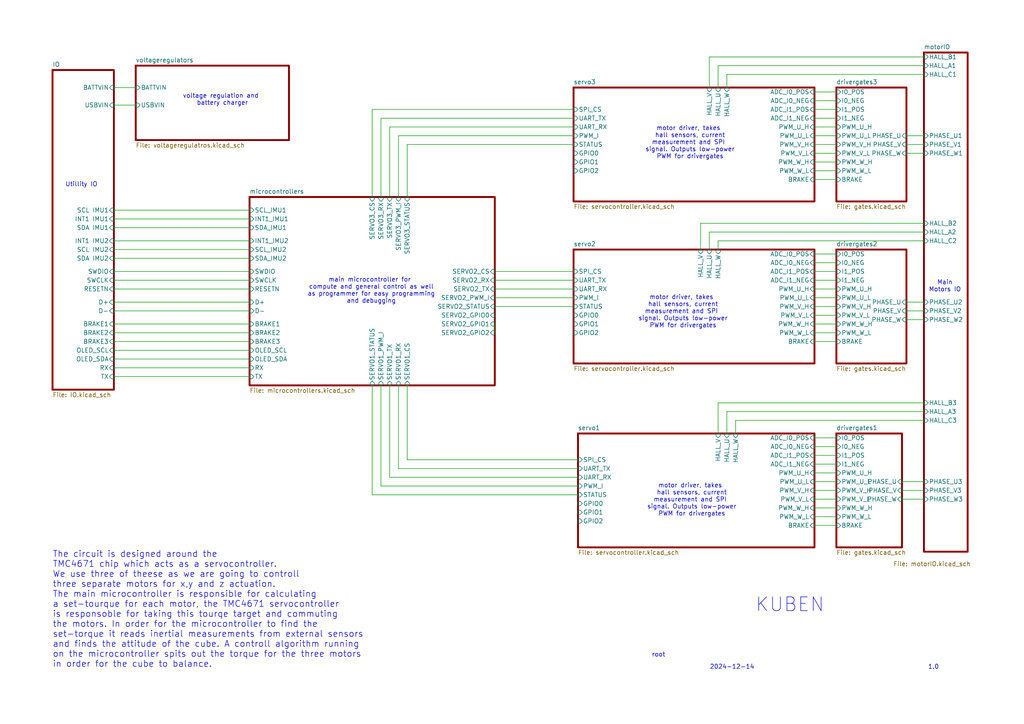
<source format=kicad_sch>
(kicad_sch
	(version 20231120)
	(generator "eeschema")
	(generator_version "8.0")
	(uuid "c7634e88-16d1-45ec-9aac-9c841e03cf6d")
	(paper "A4")
	(lib_symbols)
	(wire
		(pts
			(xy 113.03 57.15) (xy 113.03 36.83)
		)
		(stroke
			(width 0)
			(type default)
		)
		(uuid "001627f3-dc20-4b68-b0f3-fe887c1d4234")
	)
	(wire
		(pts
			(xy 262.89 44.45) (xy 267.97 44.45)
		)
		(stroke
			(width 0)
			(type default)
		)
		(uuid "0442c1d6-d710-477a-bbae-6e15fb043123")
	)
	(wire
		(pts
			(xy 236.22 46.99) (xy 242.57 46.99)
		)
		(stroke
			(width 0)
			(type default)
		)
		(uuid "04571961-bb7f-4cc8-a6b3-57e1b29d828b")
	)
	(wire
		(pts
			(xy 236.22 132.08) (xy 242.57 132.08)
		)
		(stroke
			(width 0)
			(type default)
		)
		(uuid "04cb9b9c-e00a-49f6-8781-5c65c2cf8ca1")
	)
	(wire
		(pts
			(xy 167.64 143.51) (xy 107.95 143.51)
		)
		(stroke
			(width 0)
			(type default)
		)
		(uuid "06bdd1c1-216d-4f93-beac-dc32e7978143")
	)
	(wire
		(pts
			(xy 261.62 139.7) (xy 267.97 139.7)
		)
		(stroke
			(width 0)
			(type default)
		)
		(uuid "0c998ced-d9ee-4734-ae44-0841eca571d9")
	)
	(wire
		(pts
			(xy 33.02 78.74) (xy 72.39 78.74)
		)
		(stroke
			(width 0)
			(type default)
		)
		(uuid "0d7b5667-3ce2-4ca1-a837-41b8443e3d73")
	)
	(wire
		(pts
			(xy 33.02 109.22) (xy 72.39 109.22)
		)
		(stroke
			(width 0)
			(type default)
		)
		(uuid "0ea5770f-40c1-411d-a804-babecc499dce")
	)
	(wire
		(pts
			(xy 236.22 44.45) (xy 242.57 44.45)
		)
		(stroke
			(width 0)
			(type default)
		)
		(uuid "0f753932-1d40-45d0-a893-c90331c2f4c2")
	)
	(wire
		(pts
			(xy 236.22 134.62) (xy 242.57 134.62)
		)
		(stroke
			(width 0)
			(type default)
		)
		(uuid "11059d6b-f3b0-4f22-83f6-c55b43d590f2")
	)
	(wire
		(pts
			(xy 33.02 63.5) (xy 72.39 63.5)
		)
		(stroke
			(width 0)
			(type default)
		)
		(uuid "13c1ca00-0883-45b5-bc55-9312c1241486")
	)
	(wire
		(pts
			(xy 33.02 87.63) (xy 72.39 87.63)
		)
		(stroke
			(width 0)
			(type default)
		)
		(uuid "14130b73-bb61-4d82-a39b-7d7f4c693874")
	)
	(wire
		(pts
			(xy 236.22 152.4) (xy 242.57 152.4)
		)
		(stroke
			(width 0)
			(type default)
		)
		(uuid "15beb2be-4553-42b4-a30b-a24371527c6a")
	)
	(wire
		(pts
			(xy 236.22 139.7) (xy 242.57 139.7)
		)
		(stroke
			(width 0)
			(type default)
		)
		(uuid "162bf820-87d4-4773-ab86-8ecd7bf9e3d8")
	)
	(wire
		(pts
			(xy 33.02 60.96) (xy 72.39 60.96)
		)
		(stroke
			(width 0)
			(type default)
		)
		(uuid "16d68bbf-e466-4ac4-84f3-4be7c6fa385b")
	)
	(wire
		(pts
			(xy 33.02 69.85) (xy 72.39 69.85)
		)
		(stroke
			(width 0)
			(type default)
		)
		(uuid "18166ef4-f154-487c-86a2-34e793fd65cb")
	)
	(wire
		(pts
			(xy 118.11 111.76) (xy 118.11 133.35)
		)
		(stroke
			(width 0)
			(type default)
		)
		(uuid "18223b84-f2b2-481c-bdd8-d25ab5d984ad")
	)
	(wire
		(pts
			(xy 236.22 81.28) (xy 242.57 81.28)
		)
		(stroke
			(width 0)
			(type default)
		)
		(uuid "1bf2f08d-33e9-458a-8aee-1ca62cfd2e9a")
	)
	(wire
		(pts
			(xy 236.22 149.86) (xy 242.57 149.86)
		)
		(stroke
			(width 0)
			(type default)
		)
		(uuid "1c8faeb0-9aff-489b-8463-a02e01fc155e")
	)
	(wire
		(pts
			(xy 107.95 57.15) (xy 107.95 31.75)
		)
		(stroke
			(width 0)
			(type default)
		)
		(uuid "1cc9df62-a639-4829-9026-e9849949e5a0")
	)
	(wire
		(pts
			(xy 236.22 41.91) (xy 242.57 41.91)
		)
		(stroke
			(width 0)
			(type default)
		)
		(uuid "2339f343-ef04-45b0-a85a-83948d5d3cb5")
	)
	(wire
		(pts
			(xy 262.89 87.63) (xy 267.97 87.63)
		)
		(stroke
			(width 0)
			(type default)
		)
		(uuid "2341ebd5-fc34-410d-aa60-f1f0d2bf4451")
	)
	(wire
		(pts
			(xy 205.74 67.31) (xy 267.97 67.31)
		)
		(stroke
			(width 0)
			(type default)
		)
		(uuid "236dc040-313a-47aa-8b00-2563f9bc27a8")
	)
	(wire
		(pts
			(xy 203.2 64.77) (xy 267.97 64.77)
		)
		(stroke
			(width 0)
			(type default)
		)
		(uuid "2dfc0cc1-e4af-418a-b8fb-2ce57435916d")
	)
	(wire
		(pts
			(xy 236.22 96.52) (xy 242.57 96.52)
		)
		(stroke
			(width 0)
			(type default)
		)
		(uuid "30ff744e-6916-41db-8a6b-bbed495f2ae5")
	)
	(wire
		(pts
			(xy 33.02 90.17) (xy 72.39 90.17)
		)
		(stroke
			(width 0)
			(type default)
		)
		(uuid "33871a8d-32bd-4b6f-be83-287464adff9c")
	)
	(wire
		(pts
			(xy 33.02 96.52) (xy 72.39 96.52)
		)
		(stroke
			(width 0)
			(type default)
		)
		(uuid "34a31546-570a-4c58-9277-6a1981eca001")
	)
	(wire
		(pts
			(xy 110.49 57.15) (xy 110.49 34.29)
		)
		(stroke
			(width 0)
			(type default)
		)
		(uuid "358c2859-c8b8-4037-885d-4421f8c918b4")
	)
	(wire
		(pts
			(xy 143.51 86.36) (xy 166.37 86.36)
		)
		(stroke
			(width 0)
			(type default)
		)
		(uuid "374370c0-611f-4ac5-bca5-d6ac64102d20")
	)
	(wire
		(pts
			(xy 205.74 16.51) (xy 267.97 16.51)
		)
		(stroke
			(width 0)
			(type default)
		)
		(uuid "37b22253-0237-40e9-90b5-8752dd74f1b0")
	)
	(wire
		(pts
			(xy 110.49 140.97) (xy 167.64 140.97)
		)
		(stroke
			(width 0)
			(type default)
		)
		(uuid "3c082bca-b90b-4eba-99a9-883d598c8527")
	)
	(wire
		(pts
			(xy 236.22 83.82) (xy 242.57 83.82)
		)
		(stroke
			(width 0)
			(type default)
		)
		(uuid "3cf51e97-6200-4d4d-8328-1bbe057a2b7f")
	)
	(wire
		(pts
			(xy 208.28 116.84) (xy 208.28 125.73)
		)
		(stroke
			(width 0)
			(type default)
		)
		(uuid "3e0664a5-05b7-4e0a-ac6b-7c884c860770")
	)
	(wire
		(pts
			(xy 107.95 143.51) (xy 107.95 111.76)
		)
		(stroke
			(width 0)
			(type default)
		)
		(uuid "40133e46-7e70-4388-8ca8-20ce163cd08f")
	)
	(wire
		(pts
			(xy 33.02 30.48) (xy 39.37 30.48)
		)
		(stroke
			(width 0)
			(type default)
		)
		(uuid "40887b02-0436-437c-9027-0b8f46cbefe3")
	)
	(wire
		(pts
			(xy 236.22 73.66) (xy 242.57 73.66)
		)
		(stroke
			(width 0)
			(type default)
		)
		(uuid "45bd4de5-1f89-4418-a164-5a44ea241189")
	)
	(wire
		(pts
			(xy 208.28 19.05) (xy 267.97 19.05)
		)
		(stroke
			(width 0)
			(type default)
		)
		(uuid "4721fddf-8c9c-4dbc-b629-74993e3fd814")
	)
	(wire
		(pts
			(xy 118.11 41.91) (xy 166.37 41.91)
		)
		(stroke
			(width 0)
			(type default)
		)
		(uuid "477eb57f-f770-43de-97cb-96da63bfdd55")
	)
	(wire
		(pts
			(xy 203.2 64.77) (xy 203.2 72.39)
		)
		(stroke
			(width 0)
			(type default)
		)
		(uuid "47ce4fbb-3a1a-4b6e-be1f-0631b809d2c6")
	)
	(wire
		(pts
			(xy 33.02 74.93) (xy 72.39 74.93)
		)
		(stroke
			(width 0)
			(type default)
		)
		(uuid "4903b9f3-4341-4ece-af06-c1264f4f5d9b")
	)
	(wire
		(pts
			(xy 115.57 111.76) (xy 115.57 135.89)
		)
		(stroke
			(width 0)
			(type default)
		)
		(uuid "4b549077-ad31-4098-a38d-262003594176")
	)
	(wire
		(pts
			(xy 143.51 83.82) (xy 166.37 83.82)
		)
		(stroke
			(width 0)
			(type default)
		)
		(uuid "4b939da6-d40f-46af-a4a0-1e32ab0cf960")
	)
	(wire
		(pts
			(xy 236.22 142.24) (xy 242.57 142.24)
		)
		(stroke
			(width 0)
			(type default)
		)
		(uuid "4ca971c8-4835-4e2f-a13d-9ad67a12aa4c")
	)
	(wire
		(pts
			(xy 33.02 66.04) (xy 72.39 66.04)
		)
		(stroke
			(width 0)
			(type default)
		)
		(uuid "4e3a55fa-422f-4ec3-8ef7-3873762d7f51")
	)
	(wire
		(pts
			(xy 236.22 129.54) (xy 242.57 129.54)
		)
		(stroke
			(width 0)
			(type default)
		)
		(uuid "55123c42-f587-41aa-9006-f072a1af420d")
	)
	(wire
		(pts
			(xy 208.28 19.05) (xy 208.28 25.4)
		)
		(stroke
			(width 0)
			(type default)
		)
		(uuid "55a1fbd1-d87a-4240-bfe8-38df0475d4f7")
	)
	(wire
		(pts
			(xy 236.22 147.32) (xy 242.57 147.32)
		)
		(stroke
			(width 0)
			(type default)
		)
		(uuid "5a052707-2bb7-4172-bcf5-eb020a8910b7")
	)
	(wire
		(pts
			(xy 236.22 76.2) (xy 242.57 76.2)
		)
		(stroke
			(width 0)
			(type default)
		)
		(uuid "5b46ba62-3d40-4860-bcb3-cb9438b29978")
	)
	(wire
		(pts
			(xy 33.02 72.39) (xy 72.39 72.39)
		)
		(stroke
			(width 0)
			(type default)
		)
		(uuid "5d363c6f-8be8-488f-b6d8-7dd849ba065b")
	)
	(wire
		(pts
			(xy 33.02 104.14) (xy 72.39 104.14)
		)
		(stroke
			(width 0)
			(type default)
		)
		(uuid "5d47039b-dda9-447a-b4e8-0dcf165a0a01")
	)
	(wire
		(pts
			(xy 115.57 135.89) (xy 167.64 135.89)
		)
		(stroke
			(width 0)
			(type default)
		)
		(uuid "5e23be70-eb79-4113-9fad-f974d4d611ad")
	)
	(wire
		(pts
			(xy 262.89 90.17) (xy 267.97 90.17)
		)
		(stroke
			(width 0)
			(type default)
		)
		(uuid "6240d7be-3445-4dfe-a759-3a551bc8f443")
	)
	(wire
		(pts
			(xy 261.62 144.78) (xy 267.97 144.78)
		)
		(stroke
			(width 0)
			(type default)
		)
		(uuid "6400de5d-1e01-4505-bc69-3c438a78008e")
	)
	(wire
		(pts
			(xy 236.22 78.74) (xy 242.57 78.74)
		)
		(stroke
			(width 0)
			(type default)
		)
		(uuid "68c7f9b9-7c48-47c2-b767-3c917507b216")
	)
	(wire
		(pts
			(xy 236.22 31.75) (xy 242.57 31.75)
		)
		(stroke
			(width 0)
			(type default)
		)
		(uuid "69914a61-0cb5-4296-b9e7-14d72a804b7d")
	)
	(wire
		(pts
			(xy 210.82 119.38) (xy 267.97 119.38)
		)
		(stroke
			(width 0)
			(type default)
		)
		(uuid "6b4237a0-04d7-474c-9dfa-a328329ef990")
	)
	(wire
		(pts
			(xy 143.51 88.9) (xy 166.37 88.9)
		)
		(stroke
			(width 0)
			(type default)
		)
		(uuid "6f8ed9e6-ed05-4d63-bc4e-ea86c559ce2c")
	)
	(wire
		(pts
			(xy 33.02 93.98) (xy 72.39 93.98)
		)
		(stroke
			(width 0)
			(type default)
		)
		(uuid "70262d1b-81f9-4fa9-bb68-ab0110be6889")
	)
	(wire
		(pts
			(xy 213.36 121.92) (xy 213.36 125.73)
		)
		(stroke
			(width 0)
			(type default)
		)
		(uuid "781cc4b6-2598-49eb-87c3-45dfe8c36235")
	)
	(wire
		(pts
			(xy 261.62 142.24) (xy 267.97 142.24)
		)
		(stroke
			(width 0)
			(type default)
		)
		(uuid "78a55089-a950-4c72-ae0c-f719a9aac756")
	)
	(wire
		(pts
			(xy 115.57 57.15) (xy 115.57 39.37)
		)
		(stroke
			(width 0)
			(type default)
		)
		(uuid "807ed6e9-97a7-474f-a00e-323407d0fdad")
	)
	(wire
		(pts
			(xy 236.22 29.21) (xy 242.57 29.21)
		)
		(stroke
			(width 0)
			(type default)
		)
		(uuid "80806592-c47c-4ef8-aaab-a17d8c6cc7ef")
	)
	(wire
		(pts
			(xy 210.82 21.59) (xy 267.97 21.59)
		)
		(stroke
			(width 0)
			(type default)
		)
		(uuid "80ff231d-c9d8-4963-bb8f-fc450952195f")
	)
	(wire
		(pts
			(xy 205.74 16.51) (xy 205.74 25.4)
		)
		(stroke
			(width 0)
			(type default)
		)
		(uuid "82164de2-7f4f-404b-a141-17ed132e24c2")
	)
	(wire
		(pts
			(xy 236.22 39.37) (xy 242.57 39.37)
		)
		(stroke
			(width 0)
			(type default)
		)
		(uuid "865f1c6d-ece7-4aa0-a4fa-74e7a322fa06")
	)
	(wire
		(pts
			(xy 236.22 36.83) (xy 242.57 36.83)
		)
		(stroke
			(width 0)
			(type default)
		)
		(uuid "8de82ee2-8275-43c8-ada0-36a37620e2f4")
	)
	(wire
		(pts
			(xy 110.49 34.29) (xy 166.37 34.29)
		)
		(stroke
			(width 0)
			(type default)
		)
		(uuid "8ed0c093-b40b-4683-8e0d-a5a4cdcd2705")
	)
	(wire
		(pts
			(xy 167.64 138.43) (xy 113.03 138.43)
		)
		(stroke
			(width 0)
			(type default)
		)
		(uuid "9113b43c-fae9-4936-aeb6-9afeba979965")
	)
	(wire
		(pts
			(xy 113.03 138.43) (xy 113.03 111.76)
		)
		(stroke
			(width 0)
			(type default)
		)
		(uuid "96d34a36-4a5f-4487-8c97-e7c5dd96ce48")
	)
	(wire
		(pts
			(xy 236.22 34.29) (xy 242.57 34.29)
		)
		(stroke
			(width 0)
			(type default)
		)
		(uuid "9b7c5455-65d8-4248-8f6b-1dfb2fc34a17")
	)
	(wire
		(pts
			(xy 33.02 25.4) (xy 39.37 25.4)
		)
		(stroke
			(width 0)
			(type default)
		)
		(uuid "9d1637ee-0fcd-4041-aa00-9bbb873bd788")
	)
	(wire
		(pts
			(xy 208.28 69.85) (xy 267.97 69.85)
		)
		(stroke
			(width 0)
			(type default)
		)
		(uuid "9e8fa7d9-98d8-465e-9ccb-e1c78cc6bd11")
	)
	(wire
		(pts
			(xy 210.82 119.38) (xy 210.82 125.73)
		)
		(stroke
			(width 0)
			(type default)
		)
		(uuid "9fedae90-06be-4360-bcfc-278160114ca7")
	)
	(wire
		(pts
			(xy 115.57 39.37) (xy 166.37 39.37)
		)
		(stroke
			(width 0)
			(type default)
		)
		(uuid "a00126d1-091b-4baf-8d1b-8e4d68ca3f95")
	)
	(wire
		(pts
			(xy 236.22 127) (xy 242.57 127)
		)
		(stroke
			(width 0)
			(type default)
		)
		(uuid "a2bcdfba-b9df-44e0-8a9f-01a25d8ee2f3")
	)
	(wire
		(pts
			(xy 262.89 39.37) (xy 267.97 39.37)
		)
		(stroke
			(width 0)
			(type default)
		)
		(uuid "a3ad9d9f-68f3-49c9-881a-97278efccf05")
	)
	(wire
		(pts
			(xy 33.02 83.82) (xy 72.39 83.82)
		)
		(stroke
			(width 0)
			(type default)
		)
		(uuid "a88ef65b-dd37-4566-a079-8513f802a924")
	)
	(wire
		(pts
			(xy 143.51 81.28) (xy 166.37 81.28)
		)
		(stroke
			(width 0)
			(type default)
		)
		(uuid "a8e2dbf3-2ff6-4706-a0cc-31f9de530870")
	)
	(wire
		(pts
			(xy 262.89 41.91) (xy 267.97 41.91)
		)
		(stroke
			(width 0)
			(type default)
		)
		(uuid "a9de6539-bb76-4a12-86c0-5cfc3c39c839")
	)
	(wire
		(pts
			(xy 236.22 99.06) (xy 242.57 99.06)
		)
		(stroke
			(width 0)
			(type default)
		)
		(uuid "ab613de3-b807-45ee-b1f7-e9172205718f")
	)
	(wire
		(pts
			(xy 143.51 78.74) (xy 166.37 78.74)
		)
		(stroke
			(width 0)
			(type default)
		)
		(uuid "b6db8565-6a06-42b2-bfb6-ae6e9dde3a9f")
	)
	(wire
		(pts
			(xy 143.51 93.98) (xy 143.51 96.52)
		)
		(stroke
			(width 0)
			(type default)
		)
		(uuid "b9adaaeb-3995-4513-937b-dd845dd6cb28")
	)
	(wire
		(pts
			(xy 236.22 88.9) (xy 242.57 88.9)
		)
		(stroke
			(width 0)
			(type default)
		)
		(uuid "bfc188de-8cd3-4122-be7a-6b2d30fd5617")
	)
	(wire
		(pts
			(xy 236.22 144.78) (xy 242.57 144.78)
		)
		(stroke
			(width 0)
			(type default)
		)
		(uuid "c0849453-4df6-4983-96bc-94803da4f5a5")
	)
	(wire
		(pts
			(xy 118.11 57.15) (xy 118.11 41.91)
		)
		(stroke
			(width 0)
			(type default)
		)
		(uuid "c66516fc-22c4-4222-90ea-2df28dc51325")
	)
	(wire
		(pts
			(xy 210.82 21.59) (xy 210.82 25.4)
		)
		(stroke
			(width 0)
			(type default)
		)
		(uuid "c666da31-27b9-41cb-9a2f-c0522775f236")
	)
	(wire
		(pts
			(xy 236.22 137.16) (xy 242.57 137.16)
		)
		(stroke
			(width 0)
			(type default)
		)
		(uuid "c823a1f1-ff98-459b-a585-16381cb9ff4a")
	)
	(wire
		(pts
			(xy 213.36 121.92) (xy 267.97 121.92)
		)
		(stroke
			(width 0)
			(type default)
		)
		(uuid "cd809bc7-5767-405a-9a30-22157ddb5be1")
	)
	(wire
		(pts
			(xy 110.49 111.76) (xy 110.49 140.97)
		)
		(stroke
			(width 0)
			(type default)
		)
		(uuid "d766d320-492c-4219-813e-559e53765c57")
	)
	(wire
		(pts
			(xy 205.74 67.31) (xy 205.74 72.39)
		)
		(stroke
			(width 0)
			(type default)
		)
		(uuid "d81f906b-685e-4668-ad08-241d512d8c36")
	)
	(wire
		(pts
			(xy 236.22 52.07) (xy 242.57 52.07)
		)
		(stroke
			(width 0)
			(type default)
		)
		(uuid "d8268c05-fe34-491e-9e09-a7591d162fa3")
	)
	(wire
		(pts
			(xy 262.89 92.71) (xy 267.97 92.71)
		)
		(stroke
			(width 0)
			(type default)
		)
		(uuid "d9708e30-8116-44dc-8ec4-2e02c3ec27f3")
	)
	(wire
		(pts
			(xy 33.02 101.6) (xy 72.39 101.6)
		)
		(stroke
			(width 0)
			(type default)
		)
		(uuid "de7bcde8-3567-4343-8a16-021287891c3b")
	)
	(wire
		(pts
			(xy 33.02 106.68) (xy 72.39 106.68)
		)
		(stroke
			(width 0)
			(type default)
		)
		(uuid "e341a54a-a5eb-4aa8-b348-8df9082d9123")
	)
	(wire
		(pts
			(xy 236.22 49.53) (xy 242.57 49.53)
		)
		(stroke
			(width 0)
			(type default)
		)
		(uuid "e49279b5-04ad-4794-a222-87d04f41038a")
	)
	(wire
		(pts
			(xy 236.22 93.98) (xy 242.57 93.98)
		)
		(stroke
			(width 0)
			(type default)
		)
		(uuid "eabc745e-32ea-45c6-b6ff-c3ee8b6c769a")
	)
	(wire
		(pts
			(xy 236.22 86.36) (xy 242.57 86.36)
		)
		(stroke
			(width 0)
			(type default)
		)
		(uuid "f2162af8-d89b-4a91-9a2b-1a199e32ba48")
	)
	(wire
		(pts
			(xy 167.64 133.35) (xy 118.11 133.35)
		)
		(stroke
			(width 0)
			(type default)
		)
		(uuid "f4d1330a-aa54-417d-a0ce-a366ea22ed3d")
	)
	(wire
		(pts
			(xy 208.28 116.84) (xy 267.97 116.84)
		)
		(stroke
			(width 0)
			(type default)
		)
		(uuid "f8d51b64-e767-4171-ac3e-9881a8b1ab54")
	)
	(wire
		(pts
			(xy 33.02 99.06) (xy 72.39 99.06)
		)
		(stroke
			(width 0)
			(type default)
		)
		(uuid "f8f6e24b-3300-4473-a298-3b4425c1f1da")
	)
	(wire
		(pts
			(xy 236.22 26.67) (xy 242.57 26.67)
		)
		(stroke
			(width 0)
			(type default)
		)
		(uuid "f97d9169-690d-4346-8886-5563220c5d09")
	)
	(wire
		(pts
			(xy 107.95 31.75) (xy 166.37 31.75)
		)
		(stroke
			(width 0)
			(type default)
		)
		(uuid "fa396784-d23e-4445-9846-cb093f4cd9f5")
	)
	(wire
		(pts
			(xy 236.22 91.44) (xy 242.57 91.44)
		)
		(stroke
			(width 0)
			(type default)
		)
		(uuid "fb6816a3-2ee8-4eed-8d83-0b5dab0cf66e")
	)
	(wire
		(pts
			(xy 113.03 36.83) (xy 166.37 36.83)
		)
		(stroke
			(width 0)
			(type default)
		)
		(uuid "fd25191c-e30b-434b-8cbb-9ad0cbab0ea4")
	)
	(wire
		(pts
			(xy 208.28 69.85) (xy 208.28 72.39)
		)
		(stroke
			(width 0)
			(type default)
		)
		(uuid "fec43c4f-fb74-4b34-8d74-188b36681a16")
	)
	(wire
		(pts
			(xy 33.02 81.28) (xy 72.39 81.28)
		)
		(stroke
			(width 0)
			(type default)
		)
		(uuid "fff65142-ffd5-4018-95b7-6036532bdb69")
	)
	(text "1.0"
		(exclude_from_sim no)
		(at 270.764 193.548 0)
		(effects
			(font
				(size 1.27 1.27)
			)
		)
		(uuid "04dce7d2-da14-4217-8b0f-534ca4f4e847")
	)
	(text "voltage regulation and \nbattery charger"
		(exclude_from_sim no)
		(at 64.516 28.956 0)
		(effects
			(font
				(size 1.27 1.27)
			)
		)
		(uuid "0963e335-0d34-4661-980a-535308754f05")
	)
	(text "motor driver, takes \nhall sensors, current\nmeasurement and SPI \nsignal. Outputs low-power\nPWM for drivergates"
		(exclude_from_sim no)
		(at 200.152 41.402 0)
		(effects
			(font
				(size 1.27 1.27)
			)
		)
		(uuid "11a1d79c-bc6a-46ea-bb9b-c2db6e257a8b")
	)
	(text "motor driver, takes \nhall sensors, current\nmeasurement and SPI \nsignal. Outputs low-power\nPWM for drivergates"
		(exclude_from_sim no)
		(at 198.12 90.424 0)
		(effects
			(font
				(size 1.27 1.27)
			)
		)
		(uuid "423222a3-dd2a-4d18-a15a-4b7ed528e0f5")
	)
	(text "root\n"
		(exclude_from_sim no)
		(at 191.008 189.992 0)
		(effects
			(font
				(size 1.27 1.27)
			)
		)
		(uuid "5a172e0c-d619-4f79-9eb7-9481ed0ea30d")
	)
	(text "Main\nMotors IO"
		(exclude_from_sim no)
		(at 274.066 83.058 0)
		(effects
			(font
				(size 1.27 1.27)
			)
		)
		(uuid "7dcb2856-0af9-420c-aa92-55f5120b2d30")
	)
	(text "KUBEN\n"
		(exclude_from_sim no)
		(at 229.108 175.514 0)
		(effects
			(font
				(size 4 4)
			)
		)
		(uuid "7f15f5c0-f8a5-492e-8a7b-011217d89751")
	)
	(text "2024-12-14"
		(exclude_from_sim no)
		(at 212.344 193.548 0)
		(effects
			(font
				(size 1.27 1.27)
			)
		)
		(uuid "8f62eab0-86c0-44b2-8320-8730018509b3")
	)
	(text "main microcontroller for \ncompute and general control as well\nas programmer for easy programming\nand debugging"
		(exclude_from_sim no)
		(at 107.696 84.328 0)
		(effects
			(font
				(size 1.27 1.27)
			)
		)
		(uuid "a8869fcc-a438-4063-b6bf-5496d88a9ef9")
	)
	(text "Utillity IO"
		(exclude_from_sim no)
		(at 23.622 53.594 0)
		(effects
			(font
				(size 1.27 1.27)
			)
		)
		(uuid "c3e3f7f2-335c-405d-9483-2a11adf9bf05")
	)
	(text "motor driver, takes \nhall sensors, current\nmeasurement and SPI \nsignal. Outputs low-power\nPWM for drivergates"
		(exclude_from_sim no)
		(at 200.66 145.034 0)
		(effects
			(font
				(size 1.27 1.27)
			)
		)
		(uuid "e6dda58c-7d5a-4494-96ea-ef00098d5e3a")
	)
	(text "The circuit is designed around the\nTMC4671 chip which acts as a servocontroller.\nWe use three of theese as we are going to controll\nthree separate motors for x,y and z actuation.\nThe main microcontroller is responsible for calculating\na set-tourque for each motor, the TMC4671 servocontroller\nis responsoble for taking this tourqe target and commuting\nthe motors. In order for the microcontroller to find the\nset-torque it reads inertial measurements from external sensors\nand finds the attitude of the cube. A controll algorithm running\non the microcontroller spits out the torque for the three motors\nin order for the cube to balance."
		(exclude_from_sim no)
		(at 15.24 176.784 0)
		(effects
			(font
				(size 1.8 1.8)
			)
			(justify left)
		)
		(uuid "ea3d13d9-e996-483f-9592-4354493bfddb")
	)
	(sheet
		(at 167.64 125.73)
		(size 68.58 33.02)
		(fields_autoplaced yes)
		(stroke
			(width 0.5)
			(type solid)
		)
		(fill
			(color 0 0 0 0.0000)
		)
		(uuid "095cf403-627e-473d-974a-cb1fe8ca8b1f")
		(property "Sheetname" "servo1"
			(at 167.64 124.8446 0)
			(effects
				(font
					(size 1.27 1.27)
				)
				(justify left bottom)
			)
		)
		(property "Sheetfile" "servocontroller.kicad_sch"
			(at 167.64 159.5084 0)
			(effects
				(font
					(size 1.27 1.27)
				)
				(justify left top)
			)
		)
		(pin "ADC_I0_POS" input
			(at 236.22 127 0)
			(effects
				(font
					(size 1.27 1.27)
				)
				(justify right)
			)
			(uuid "eaab5396-5c05-499b-8ec0-5bebda9f086d")
		)
		(pin "ADC_I1_POS" input
			(at 236.22 132.08 0)
			(effects
				(font
					(size 1.27 1.27)
				)
				(justify right)
			)
			(uuid "ff856901-0f4c-4e4e-8706-3bee54526503")
		)
		(pin "ADC_I1_NEG" input
			(at 236.22 134.62 0)
			(effects
				(font
					(size 1.27 1.27)
				)
				(justify right)
			)
			(uuid "2362607f-1c8d-44d9-9958-e838465c2ba8")
		)
		(pin "ADC_I0_NEG" input
			(at 236.22 129.54 0)
			(effects
				(font
					(size 1.27 1.27)
				)
				(justify right)
			)
			(uuid "9d641fea-047b-4ab4-a18c-6b72b073da9d")
		)
		(pin "HALL_V" input
			(at 208.28 125.73 90)
			(effects
				(font
					(size 1.27 1.27)
				)
				(justify right)
			)
			(uuid "e44574c7-1e29-4dcd-9449-77a15eb55848")
		)
		(pin "BRAKE" input
			(at 236.22 152.4 0)
			(effects
				(font
					(size 1.27 1.27)
				)
				(justify right)
			)
			(uuid "c662a571-4b51-4562-9824-6a6db232e156")
		)
		(pin "PWM_I" input
			(at 167.64 140.97 180)
			(effects
				(font
					(size 1.27 1.27)
				)
				(justify left)
			)
			(uuid "fd4be752-ec8c-4a54-87fc-f86cc031282b")
		)
		(pin "SPI_CS" input
			(at 167.64 133.35 180)
			(effects
				(font
					(size 1.27 1.27)
				)
				(justify left)
			)
			(uuid "df7c813e-1f12-4fb6-acd7-f40def3b0af8")
		)
		(pin "GPIO1" input
			(at 167.64 148.59 180)
			(effects
				(font
					(size 1.27 1.27)
				)
				(justify left)
			)
			(uuid "cde6976e-9357-4508-a8de-f98ce315df4b")
		)
		(pin "GPIO0" input
			(at 167.64 146.05 180)
			(effects
				(font
					(size 1.27 1.27)
				)
				(justify left)
			)
			(uuid "ebb1027a-1165-426a-87df-62d59291df7b")
		)
		(pin "GPIO2" input
			(at 167.64 151.13 180)
			(effects
				(font
					(size 1.27 1.27)
				)
				(justify left)
			)
			(uuid "2333a72c-171c-4194-88ad-60fce0100d31")
		)
		(pin "HALL_U" input
			(at 210.82 125.73 90)
			(effects
				(font
					(size 1.27 1.27)
				)
				(justify right)
			)
			(uuid "aaecc63f-3e80-4360-8005-1858ec09e1fc")
		)
		(pin "HALL_W" input
			(at 213.36 125.73 90)
			(effects
				(font
					(size 1.27 1.27)
				)
				(justify right)
			)
			(uuid "0f10260a-484f-4a3f-91f6-cd3f140fa344")
		)
		(pin "PWM_W_H" input
			(at 236.22 147.32 0)
			(effects
				(font
					(size 1.27 1.27)
				)
				(justify right)
			)
			(uuid "4b48cf1a-0607-47ac-b0d1-cec979deef3d")
		)
		(pin "PWM_W_L" input
			(at 236.22 149.86 0)
			(effects
				(font
					(size 1.27 1.27)
				)
				(justify right)
			)
			(uuid "0c904567-aa6b-460f-ab3e-80e6f7bcd7b7")
		)
		(pin "PWM_U_L" input
			(at 236.22 139.7 0)
			(effects
				(font
					(size 1.27 1.27)
				)
				(justify right)
			)
			(uuid "079c83ef-fdfd-4cd6-8f28-b4e07b53e37a")
		)
		(pin "PWM_V_H" input
			(at 236.22 142.24 0)
			(effects
				(font
					(size 1.27 1.27)
				)
				(justify right)
			)
			(uuid "851cbcf6-b916-487e-a67d-f55fe28925d3")
		)
		(pin "PWM_V_L" input
			(at 236.22 144.78 0)
			(effects
				(font
					(size 1.27 1.27)
				)
				(justify right)
			)
			(uuid "efe4d71a-3248-4cf3-982b-59753487533e")
		)
		(pin "PWM_U_H" input
			(at 236.22 137.16 0)
			(effects
				(font
					(size 1.27 1.27)
				)
				(justify right)
			)
			(uuid "e4413858-ff89-4347-b2a2-7532f931f63f")
		)
		(pin "UART_TX" input
			(at 167.64 135.89 180)
			(effects
				(font
					(size 1.27 1.27)
				)
				(justify left)
			)
			(uuid "070384f2-aced-40ab-b33d-02ff08534935")
		)
		(pin "STATUS" input
			(at 167.64 143.51 180)
			(effects
				(font
					(size 1.27 1.27)
				)
				(justify left)
			)
			(uuid "b0b9c0d3-09f3-45f4-9690-a024646f7805")
		)
		(pin "UART_RX" input
			(at 167.64 138.43 180)
			(effects
				(font
					(size 1.27 1.27)
				)
				(justify left)
			)
			(uuid "edcf88ec-272f-48d3-b949-ac8cdbac1da0")
		)
		(instances
			(project "motordriver"
				(path "/c7634e88-16d1-45ec-9aac-9c841e03cf6d"
					(page "7")
				)
			)
		)
	)
	(sheet
		(at 15.24 20.32)
		(size 17.78 92.71)
		(fields_autoplaced yes)
		(stroke
			(width 0.5)
			(type solid)
		)
		(fill
			(color 0 0 0 0.0000)
		)
		(uuid "38bc72d2-c2f6-4538-9c33-e1ab2a8ac987")
		(property "Sheetname" "IO"
			(at 15.24 19.4346 0)
			(effects
				(font
					(size 1.27 1.27)
				)
				(justify left bottom)
			)
		)
		(property "Sheetfile" "IO.kicad_sch"
			(at 15.24 113.7884 0)
			(effects
				(font
					(size 1.27 1.27)
				)
				(justify left top)
			)
		)
		(pin "D+" input
			(at 33.02 87.63 0)
			(effects
				(font
					(size 1.27 1.27)
				)
				(justify right)
			)
			(uuid "a574579f-8e83-4b56-866e-ddcee05b0ebc")
		)
		(pin "D-" input
			(at 33.02 90.17 0)
			(effects
				(font
					(size 1.27 1.27)
				)
				(justify right)
			)
			(uuid "5fbe2461-66f9-456b-acbd-91ef64f92fbf")
		)
		(pin "SCL IMU1" input
			(at 33.02 60.96 0)
			(effects
				(font
					(size 1.27 1.27)
				)
				(justify right)
			)
			(uuid "c39f1f0d-6d48-474b-8ade-fe45933a5f8f")
		)
		(pin "INT1 IMU1" input
			(at 33.02 63.5 0)
			(effects
				(font
					(size 1.27 1.27)
				)
				(justify right)
			)
			(uuid "62c521f0-a062-44a1-9808-2845c80d1569")
		)
		(pin "SDA IMU1" input
			(at 33.02 66.04 0)
			(effects
				(font
					(size 1.27 1.27)
				)
				(justify right)
			)
			(uuid "376fa07e-0398-4c07-8542-5b4dd99954f5")
		)
		(pin "INT1 IMU2" input
			(at 33.02 69.85 0)
			(effects
				(font
					(size 1.27 1.27)
				)
				(justify right)
			)
			(uuid "ecfa2afd-dc60-4e45-99cc-fcdb9c412e86")
		)
		(pin "SCL IMU2" input
			(at 33.02 72.39 0)
			(effects
				(font
					(size 1.27 1.27)
				)
				(justify right)
			)
			(uuid "7a2c5ae1-ceb2-489a-a687-bcadb620c876")
		)
		(pin "SDA IMU2" input
			(at 33.02 74.93 0)
			(effects
				(font
					(size 1.27 1.27)
				)
				(justify right)
			)
			(uuid "1d99c8fa-310f-4652-a8aa-d0fad7bec84b")
		)
		(pin "USBVIN" input
			(at 33.02 30.48 0)
			(effects
				(font
					(size 1.27 1.27)
				)
				(justify right)
			)
			(uuid "c9af36b6-4adc-4bfd-921c-ed293a75d4ef")
		)
		(pin "OLED_SDA" input
			(at 33.02 104.14 0)
			(effects
				(font
					(size 1.27 1.27)
				)
				(justify right)
			)
			(uuid "6725442a-c385-4e68-b468-8eddf4adf183")
		)
		(pin "OLED_SCL" input
			(at 33.02 101.6 0)
			(effects
				(font
					(size 1.27 1.27)
				)
				(justify right)
			)
			(uuid "134ae1fa-3858-4223-9d94-b5b19aa45fe7")
		)
		(pin "TX" input
			(at 33.02 109.22 0)
			(effects
				(font
					(size 1.27 1.27)
				)
				(justify right)
			)
			(uuid "794afb89-7a2e-4385-907e-3e7408d7f155")
		)
		(pin "RX" input
			(at 33.02 106.68 0)
			(effects
				(font
					(size 1.27 1.27)
				)
				(justify right)
			)
			(uuid "4f41ca5e-6699-4a0f-a11c-7bd3aa6e1281")
		)
		(pin "SWCLK" input
			(at 33.02 81.28 0)
			(effects
				(font
					(size 1.27 1.27)
				)
				(justify right)
			)
			(uuid "09387c50-a214-4565-b15e-b2ee78f197d2")
		)
		(pin "SWDIO" input
			(at 33.02 78.74 0)
			(effects
				(font
					(size 1.27 1.27)
				)
				(justify right)
			)
			(uuid "666b1c0b-67fb-4782-bee3-4015bb488043")
		)
		(pin "BATTVIN" input
			(at 33.02 25.4 0)
			(effects
				(font
					(size 1.27 1.27)
				)
				(justify right)
			)
			(uuid "eef83232-0b50-4bad-974c-967476fdf2fd")
		)
		(pin "BRAKE1" input
			(at 33.02 93.98 0)
			(effects
				(font
					(size 1.27 1.27)
				)
				(justify right)
			)
			(uuid "c1cc1c62-9ef6-4521-a0cb-389c289e820e")
		)
		(pin "BRAKE2" input
			(at 33.02 96.52 0)
			(effects
				(font
					(size 1.27 1.27)
				)
				(justify right)
			)
			(uuid "6c0fdd40-c992-4ae8-8d2a-cf4df38f6298")
		)
		(pin "BRAKE3" input
			(at 33.02 99.06 0)
			(effects
				(font
					(size 1.27 1.27)
				)
				(justify right)
			)
			(uuid "23b0c68f-b587-431c-90cd-3f6cb0469ed2")
		)
		(pin "RESETN" input
			(at 33.02 83.82 0)
			(effects
				(font
					(size 1.27 1.27)
				)
				(justify right)
			)
			(uuid "451d54cf-daf7-4f44-9760-6d5a92502b8f")
		)
		(instances
			(project "motordriver"
				(path "/c7634e88-16d1-45ec-9aac-9c841e03cf6d"
					(page "5")
				)
			)
		)
	)
	(sheet
		(at 166.37 25.4)
		(size 69.85 33.02)
		(fields_autoplaced yes)
		(stroke
			(width 0.5)
			(type solid)
		)
		(fill
			(color 0 0 0 0.0000)
		)
		(uuid "3a57148f-9ebd-4906-ad6b-7dbf7876a4a8")
		(property "Sheetname" "servo3"
			(at 166.37 24.5146 0)
			(effects
				(font
					(size 1.27 1.27)
				)
				(justify left bottom)
			)
		)
		(property "Sheetfile" "servocontroller.kicad_sch"
			(at 166.37 59.1784 0)
			(effects
				(font
					(size 1.27 1.27)
				)
				(justify left top)
			)
		)
		(pin "ADC_I1_POS" input
			(at 236.22 31.75 0)
			(effects
				(font
					(size 1.27 1.27)
				)
				(justify right)
			)
			(uuid "ef5cad3f-2458-41c0-a9b2-88c141f2c30b")
		)
		(pin "ADC_I1_NEG" input
			(at 236.22 34.29 0)
			(effects
				(font
					(size 1.27 1.27)
				)
				(justify right)
			)
			(uuid "5bd085b3-6688-462b-83ce-99792619f5ec")
		)
		(pin "ADC_I0_NEG" input
			(at 236.22 29.21 0)
			(effects
				(font
					(size 1.27 1.27)
				)
				(justify right)
			)
			(uuid "75aef437-50cb-44d7-8e63-b53f45919969")
		)
		(pin "ADC_I0_POS" input
			(at 236.22 26.67 0)
			(effects
				(font
					(size 1.27 1.27)
				)
				(justify right)
			)
			(uuid "a0b08dbe-4bdf-44bb-88aa-81a0a79633b0")
		)
		(pin "HALL_V" input
			(at 205.74 25.4 90)
			(effects
				(font
					(size 1.27 1.27)
				)
				(justify right)
			)
			(uuid "2ab22c68-c98e-46a1-9abe-e1943a1c4dc9")
		)
		(pin "BRAKE" input
			(at 236.22 52.07 0)
			(effects
				(font
					(size 1.27 1.27)
				)
				(justify right)
			)
			(uuid "2cf21a64-5d9f-4d91-98d8-46fda6964c4c")
		)
		(pin "PWM_I" input
			(at 166.37 39.37 180)
			(effects
				(font
					(size 1.27 1.27)
				)
				(justify left)
			)
			(uuid "b5286910-3bf1-4d6d-8768-c0bc250fb73d")
		)
		(pin "GPIO1" input
			(at 166.37 46.99 180)
			(effects
				(font
					(size 1.27 1.27)
				)
				(justify left)
			)
			(uuid "a97448b6-2724-4a67-8bb7-970c70b81e2e")
		)
		(pin "GPIO0" input
			(at 166.37 44.45 180)
			(effects
				(font
					(size 1.27 1.27)
				)
				(justify left)
			)
			(uuid "278fccad-7e11-4656-b983-d85fe80e2862")
		)
		(pin "GPIO2" input
			(at 166.37 49.53 180)
			(effects
				(font
					(size 1.27 1.27)
				)
				(justify left)
			)
			(uuid "7103193f-c790-462c-ad70-0b31c16892ba")
		)
		(pin "HALL_U" input
			(at 208.28 25.4 90)
			(effects
				(font
					(size 1.27 1.27)
				)
				(justify right)
			)
			(uuid "fcd72e61-94c3-47d4-90c0-08cc4ec487cb")
		)
		(pin "HALL_W" input
			(at 210.82 25.4 90)
			(effects
				(font
					(size 1.27 1.27)
				)
				(justify right)
			)
			(uuid "e0c26922-3c07-43a8-8a95-7fd15d566b2b")
		)
		(pin "PWM_W_L" input
			(at 236.22 49.53 0)
			(effects
				(font
					(size 1.27 1.27)
				)
				(justify right)
			)
			(uuid "8391ac31-a4f9-4ed0-b258-0e6db4324673")
		)
		(pin "PWM_W_H" input
			(at 236.22 46.99 0)
			(effects
				(font
					(size 1.27 1.27)
				)
				(justify right)
			)
			(uuid "245b1d3b-6c21-45e1-bf74-4935e56805b5")
		)
		(pin "PWM_U_L" input
			(at 236.22 39.37 0)
			(effects
				(font
					(size 1.27 1.27)
				)
				(justify right)
			)
			(uuid "d5465001-f551-4d8b-a908-5a3962e29291")
		)
		(pin "PWM_V_H" input
			(at 236.22 41.91 0)
			(effects
				(font
					(size 1.27 1.27)
				)
				(justify right)
			)
			(uuid "9295498e-a92c-417a-b2a7-89099af3ac30")
		)
		(pin "PWM_V_L" input
			(at 236.22 44.45 0)
			(effects
				(font
					(size 1.27 1.27)
				)
				(justify right)
			)
			(uuid "057d6bd1-e860-446e-a322-a0ba088bdd9f")
		)
		(pin "PWM_U_H" input
			(at 236.22 36.83 0)
			(effects
				(font
					(size 1.27 1.27)
				)
				(justify right)
			)
			(uuid "c4121d17-1fca-40f3-8065-46817e742cb9")
		)
		(pin "UART_TX" input
			(at 166.37 34.29 180)
			(effects
				(font
					(size 1.27 1.27)
				)
				(justify left)
			)
			(uuid "63d6e36e-a5e5-4dec-9a3d-36df77bba0e8")
		)
		(pin "STATUS" input
			(at 166.37 41.91 180)
			(effects
				(font
					(size 1.27 1.27)
				)
				(justify left)
			)
			(uuid "85a1a4ff-17d6-4761-ab60-eec3b8081902")
		)
		(pin "UART_RX" input
			(at 166.37 36.83 180)
			(effects
				(font
					(size 1.27 1.27)
				)
				(justify left)
			)
			(uuid "1ea56bbd-1dd8-415c-b895-026bf084d358")
		)
		(pin "SPI_CS" input
			(at 166.37 31.75 180)
			(effects
				(font
					(size 1.27 1.27)
				)
				(justify left)
			)
			(uuid "75eea456-84d2-4397-9e4a-a037abeec666")
		)
		(instances
			(project "motordriver"
				(path "/c7634e88-16d1-45ec-9aac-9c841e03cf6d"
					(page "13")
				)
			)
		)
	)
	(sheet
		(at 39.37 19.05)
		(size 44.45 21.59)
		(fields_autoplaced yes)
		(stroke
			(width 0.5)
			(type solid)
		)
		(fill
			(color 0 0 0 0.0000)
		)
		(uuid "40fe2217-7020-4fd5-b361-1423767f0697")
		(property "Sheetname" "voltageregulators"
			(at 39.37 18.1646 0)
			(effects
				(font
					(size 1.27 1.27)
				)
				(justify left bottom)
			)
		)
		(property "Sheetfile" "voltageregulatros.kicad_sch"
			(at 39.37 41.3984 0)
			(effects
				(font
					(size 1.27 1.27)
				)
				(justify left top)
			)
		)
		(pin "BATTVIN" input
			(at 39.37 25.4 180)
			(effects
				(font
					(size 1.27 1.27)
				)
				(justify left)
			)
			(uuid "dae15151-5f70-4fe7-bc26-67eb336206a3")
		)
		(pin "USBVIN" input
			(at 39.37 30.48 180)
			(effects
				(font
					(size 1.27 1.27)
				)
				(justify left)
			)
			(uuid "c9814b6c-f6ed-41a5-be2a-97fd38f3bbcb")
		)
		(instances
			(project "motordriver"
				(path "/c7634e88-16d1-45ec-9aac-9c841e03cf6d"
					(page "4")
				)
			)
		)
	)
	(sheet
		(at 242.57 25.4)
		(size 20.32 33.02)
		(fields_autoplaced yes)
		(stroke
			(width 0.5)
			(type solid)
		)
		(fill
			(color 0 0 0 0.0000)
		)
		(uuid "4adc8e75-6797-461c-8ad6-e6b779b2e551")
		(property "Sheetname" "drivergates3"
			(at 242.57 24.5146 0)
			(effects
				(font
					(size 1.27 1.27)
				)
				(justify left bottom)
			)
		)
		(property "Sheetfile" "gates.kicad_sch"
			(at 242.57 59.1784 0)
			(effects
				(font
					(size 1.27 1.27)
				)
				(justify left top)
			)
		)
		(pin "PHASE_U" input
			(at 262.89 39.37 0)
			(effects
				(font
					(size 1.27 1.27)
				)
				(justify right)
			)
			(uuid "372e9d36-d7b2-43ae-97c3-f07fd7bbdba0")
		)
		(pin "PHASE_V" input
			(at 262.89 41.91 0)
			(effects
				(font
					(size 1.27 1.27)
				)
				(justify right)
			)
			(uuid "b153355e-faf9-4a88-b1e4-d6351f0ea759")
		)
		(pin "PHASE_W" input
			(at 262.89 44.45 0)
			(effects
				(font
					(size 1.27 1.27)
				)
				(justify right)
			)
			(uuid "34f6c248-07cc-4b94-ba93-11527d61560d")
		)
		(pin "PWM_W_H" input
			(at 242.57 46.99 180)
			(effects
				(font
					(size 1.27 1.27)
				)
				(justify left)
			)
			(uuid "6757ecc7-87dc-4d82-8404-f817b68da212")
		)
		(pin "PWM_W_L" input
			(at 242.57 49.53 180)
			(effects
				(font
					(size 1.27 1.27)
				)
				(justify left)
			)
			(uuid "df221f92-ff45-4fe8-9281-276759469d11")
		)
		(pin "PWM_U_H" input
			(at 242.57 36.83 180)
			(effects
				(font
					(size 1.27 1.27)
				)
				(justify left)
			)
			(uuid "5f090b4c-6896-4910-90ca-ce4833732f1a")
		)
		(pin "PWM_U_L" input
			(at 242.57 39.37 180)
			(effects
				(font
					(size 1.27 1.27)
				)
				(justify left)
			)
			(uuid "0ef6b1c2-64a0-4ede-bd93-a893ceba9e81")
		)
		(pin "PWM_V_L" input
			(at 242.57 44.45 180)
			(effects
				(font
					(size 1.27 1.27)
				)
				(justify left)
			)
			(uuid "7cbe6236-6cb8-4669-b9e4-7065cd0ed5a8")
		)
		(pin "PWM_V_H" input
			(at 242.57 41.91 180)
			(effects
				(font
					(size 1.27 1.27)
				)
				(justify left)
			)
			(uuid "422fdf2c-7dad-49a2-add8-1bf7876598fa")
		)
		(pin "I1_NEG" input
			(at 242.57 34.29 180)
			(effects
				(font
					(size 1.27 1.27)
				)
				(justify left)
			)
			(uuid "abb3387d-869e-4081-8d55-10b67ac5a79d")
		)
		(pin "I0_NEG" input
			(at 242.57 29.21 180)
			(effects
				(font
					(size 1.27 1.27)
				)
				(justify left)
			)
			(uuid "90457db3-7988-4a81-83c4-a263fd8825fc")
		)
		(pin "I0_POS" input
			(at 242.57 26.67 180)
			(effects
				(font
					(size 1.27 1.27)
				)
				(justify left)
			)
			(uuid "18700dac-a922-46ca-a200-6e63610edb8f")
		)
		(pin "I1_POS" input
			(at 242.57 31.75 180)
			(effects
				(font
					(size 1.27 1.27)
				)
				(justify left)
			)
			(uuid "d86fbb32-76d7-4f2c-a830-dab07426fc21")
		)
		(pin "BRAKE" input
			(at 242.57 52.07 180)
			(effects
				(font
					(size 1.27 1.27)
				)
				(justify left)
			)
			(uuid "32f50cb9-89e3-4b50-917b-2b9784660196")
		)
		(instances
			(project "motordriver"
				(path "/c7634e88-16d1-45ec-9aac-9c841e03cf6d"
					(page "14")
				)
			)
		)
	)
	(sheet
		(at 267.97 15.24)
		(size 12.7 144.78)
		(stroke
			(width 0.5)
			(type solid)
		)
		(fill
			(color 0 0 0 0.0000)
		)
		(uuid "5d8f5153-26a2-4903-a925-dc0c63f77bf7")
		(property "Sheetname" "motorIO"
			(at 267.97 14.3546 0)
			(effects
				(font
					(size 1.27 1.27)
				)
				(justify left bottom)
			)
		)
		(property "Sheetfile" "motorIO.kicad_sch"
			(at 259.08 162.814 0)
			(effects
				(font
					(size 1.27 1.27)
				)
				(justify left top)
			)
		)
		(pin "HALL_B1" input
			(at 267.97 16.51 180)
			(effects
				(font
					(size 1.27 1.27)
				)
				(justify left)
			)
			(uuid "304e57f1-c2e8-493a-a94c-095bd30f88f4")
		)
		(pin "HALL_A1" input
			(at 267.97 19.05 180)
			(effects
				(font
					(size 1.27 1.27)
				)
				(justify left)
			)
			(uuid "ee60aad6-12be-48a3-9e83-ad69d2221ded")
		)
		(pin "HALL_C1" input
			(at 267.97 21.59 180)
			(effects
				(font
					(size 1.27 1.27)
				)
				(justify left)
			)
			(uuid "080958d4-2f9d-4c39-b17e-066e8ad223c0")
		)
		(pin "PHASE_U2" input
			(at 267.97 87.63 180)
			(effects
				(font
					(size 1.27 1.27)
				)
				(justify left)
			)
			(uuid "d0b4ef47-5d1b-4dbc-adb3-c502b9fd65be")
		)
		(pin "PHASE_V1" input
			(at 267.97 41.91 180)
			(effects
				(font
					(size 1.27 1.27)
				)
				(justify left)
			)
			(uuid "193e800c-8bb8-4130-bef6-1852498dbb79")
		)
		(pin "PHASE_U1" input
			(at 267.97 39.37 180)
			(effects
				(font
					(size 1.27 1.27)
				)
				(justify left)
			)
			(uuid "042ae849-f79e-4863-b0a8-63f497846b2d")
		)
		(pin "PHASE_W1" input
			(at 267.97 44.45 180)
			(effects
				(font
					(size 1.27 1.27)
				)
				(justify left)
			)
			(uuid "0d84d9f5-5667-4a6f-9dcf-7b1ae32c97e2")
		)
		(pin "PHASE_U3" input
			(at 267.97 139.7 180)
			(effects
				(font
					(size 1.27 1.27)
				)
				(justify left)
			)
			(uuid "be6c98f2-b077-4ff0-9882-98985be2e05f")
		)
		(pin "PHASE_V3" input
			(at 267.97 142.24 180)
			(effects
				(font
					(size 1.27 1.27)
				)
				(justify left)
			)
			(uuid "d3006608-aa8d-45e9-b7b7-92c932518f0d")
		)
		(pin "PHASE_W3" input
			(at 267.97 144.78 180)
			(effects
				(font
					(size 1.27 1.27)
				)
				(justify left)
			)
			(uuid "0ee22d8f-b8a8-457b-81f8-4ee53c08f169")
		)
		(pin "HALL_C2" input
			(at 267.97 69.85 180)
			(effects
				(font
					(size 1.27 1.27)
				)
				(justify left)
			)
			(uuid "11bdc71a-cbea-459a-bd7a-7d0d23273efa")
		)
		(pin "HALL_A2" input
			(at 267.97 67.31 180)
			(effects
				(font
					(size 1.27 1.27)
				)
				(justify left)
			)
			(uuid "5f21d7df-80ea-43dd-adf1-35eb8424f0e7")
		)
		(pin "HALL_B2" input
			(at 267.97 64.77 180)
			(effects
				(font
					(size 1.27 1.27)
				)
				(justify left)
			)
			(uuid "350ffe5f-ea9f-4536-96fc-2d5b347cdfa4")
		)
		(pin "PHASE_V2" input
			(at 267.97 90.17 180)
			(effects
				(font
					(size 1.27 1.27)
				)
				(justify left)
			)
			(uuid "aefedaeb-ae89-4f87-a389-db7a5e2e23f3")
		)
		(pin "PHASE_W2" input
			(at 267.97 92.71 180)
			(effects
				(font
					(size 1.27 1.27)
				)
				(justify left)
			)
			(uuid "f412664d-8a85-401a-a6fb-0fa6a7d4e8c4")
		)
		(pin "HALL_B3" input
			(at 267.97 116.84 180)
			(effects
				(font
					(size 1.27 1.27)
				)
				(justify left)
			)
			(uuid "bba4f4f8-3765-45de-a7f2-3dc9169e012d")
		)
		(pin "HALL_A3" input
			(at 267.97 119.38 180)
			(effects
				(font
					(size 1.27 1.27)
				)
				(justify left)
			)
			(uuid "fe2fb522-7cd2-4694-8c98-2940480b7074")
		)
		(pin "HALL_C3" input
			(at 267.97 121.92 180)
			(effects
				(font
					(size 1.27 1.27)
				)
				(justify left)
			)
			(uuid "221aaeb8-bb99-4164-aee3-f9f8dbafdca7")
		)
		(instances
			(project "motordriver"
				(path "/c7634e88-16d1-45ec-9aac-9c841e03cf6d"
					(page "15")
				)
			)
		)
	)
	(sheet
		(at 72.39 57.15)
		(size 71.12 54.61)
		(fields_autoplaced yes)
		(stroke
			(width 0.5)
			(type solid)
		)
		(fill
			(color 0 0 0 0.0000)
		)
		(uuid "9ebbb593-eaf1-4a56-ba2a-164e20b1d55e")
		(property "Sheetname" "microcontrollers"
			(at 72.39 56.2646 0)
			(effects
				(font
					(size 1.27 1.27)
				)
				(justify left bottom)
			)
		)
		(property "Sheetfile" "microcontrollers.kicad_sch"
			(at 72.39 112.5184 0)
			(effects
				(font
					(size 1.27 1.27)
				)
				(justify left top)
			)
		)
		(pin "RESETN" input
			(at 72.39 83.82 180)
			(effects
				(font
					(size 1.27 1.27)
				)
				(justify left)
			)
			(uuid "6bd3f699-6b72-44cc-b469-12147d793cd3")
		)
		(pin "OLED_SCL" input
			(at 72.39 101.6 180)
			(effects
				(font
					(size 1.27 1.27)
				)
				(justify left)
			)
			(uuid "d21bc31c-450b-4869-b3a4-96aa55879b7b")
		)
		(pin "OLED_SDA" input
			(at 72.39 104.14 180)
			(effects
				(font
					(size 1.27 1.27)
				)
				(justify left)
			)
			(uuid "d2496a03-1ab2-49fe-a387-cc4c3f81a72d")
		)
		(pin "D+" input
			(at 72.39 87.63 180)
			(effects
				(font
					(size 1.27 1.27)
				)
				(justify left)
			)
			(uuid "6e713f96-7414-4b7a-bd55-68ed37e27a4b")
		)
		(pin "D-" input
			(at 72.39 90.17 180)
			(effects
				(font
					(size 1.27 1.27)
				)
				(justify left)
			)
			(uuid "f57b0676-619b-4cbe-9140-ab90d842a894")
		)
		(pin "SWDIO" input
			(at 72.39 78.74 180)
			(effects
				(font
					(size 1.27 1.27)
				)
				(justify left)
			)
			(uuid "d2cea5c9-4455-42de-9d41-33515e247596")
		)
		(pin "SWCLK" input
			(at 72.39 81.28 180)
			(effects
				(font
					(size 1.27 1.27)
				)
				(justify left)
			)
			(uuid "313219d8-566b-43cb-91c8-d476fa7c0796")
		)
		(pin "RX" input
			(at 72.39 106.68 180)
			(effects
				(font
					(size 1.27 1.27)
				)
				(justify left)
			)
			(uuid "1fcf2a10-0470-477c-af75-f7274f3765dc")
		)
		(pin "TX" input
			(at 72.39 109.22 180)
			(effects
				(font
					(size 1.27 1.27)
				)
				(justify left)
			)
			(uuid "5f213802-b0b9-4da4-a69f-692d20e9e267")
		)
		(pin "SERVO2_RX" input
			(at 143.51 81.28 0)
			(effects
				(font
					(size 1.27 1.27)
				)
				(justify right)
			)
			(uuid "7c0e6f85-3f70-4073-8fd6-a6a4069c5a1c")
		)
		(pin "SDA_IMU2" input
			(at 72.39 74.93 180)
			(effects
				(font
					(size 1.27 1.27)
				)
				(justify left)
			)
			(uuid "bdd84e26-ed91-4cea-bc9b-2bfbd3a0fd33")
		)
		(pin "SCL_IMU2" input
			(at 72.39 72.39 180)
			(effects
				(font
					(size 1.27 1.27)
				)
				(justify left)
			)
			(uuid "879c6fc4-2070-428b-b249-6af92826502d")
		)
		(pin "SERVO2_STATUS" input
			(at 143.51 88.9 0)
			(effects
				(font
					(size 1.27 1.27)
				)
				(justify right)
			)
			(uuid "5cf4178d-7e20-442b-a6b7-95357f09a349")
		)
		(pin "SCL_IMU1" input
			(at 72.39 60.96 180)
			(effects
				(font
					(size 1.27 1.27)
				)
				(justify left)
			)
			(uuid "22791d9f-4d63-4e6f-b607-5986c5fdc52d")
		)
		(pin "SERVO2_TX" input
			(at 143.51 83.82 0)
			(effects
				(font
					(size 1.27 1.27)
				)
				(justify right)
			)
			(uuid "73072b57-8e15-42f3-8af4-ba168560078d")
		)
		(pin "SERVO2_CS" input
			(at 143.51 78.74 0)
			(effects
				(font
					(size 1.27 1.27)
				)
				(justify right)
			)
			(uuid "3f955230-4b15-4531-b579-b158e13b3bee")
		)
		(pin "INT1_IMU2" input
			(at 72.39 69.85 180)
			(effects
				(font
					(size 1.27 1.27)
				)
				(justify left)
			)
			(uuid "e0ae4b7c-1e73-461d-b37f-e3c77157ddb1")
		)
		(pin "INT1_IMU1" input
			(at 72.39 63.5 180)
			(effects
				(font
					(size 1.27 1.27)
				)
				(justify left)
			)
			(uuid "229e0287-7368-45e1-aeed-ee4f97bbb3e2")
		)
		(pin "SDA_IMU1" input
			(at 72.39 66.04 180)
			(effects
				(font
					(size 1.27 1.27)
				)
				(justify left)
			)
			(uuid "6b5dd091-d5c3-4561-b4ef-167aaa20a08a")
		)
		(pin "SERVO2_GPIO2" input
			(at 143.51 96.52 0)
			(effects
				(font
					(size 1.27 1.27)
				)
				(justify right)
			)
			(uuid "8f9e2d03-ffc0-491b-8c9b-7e07b703873d")
		)
		(pin "SERVO2_GPIO1" input
			(at 143.51 93.98 0)
			(effects
				(font
					(size 1.27 1.27)
				)
				(justify right)
			)
			(uuid "f51b9d54-7c7c-44c8-ad8e-69fba0d26aba")
		)
		(pin "SERVO2_GPIO0" input
			(at 143.51 91.44 0)
			(effects
				(font
					(size 1.27 1.27)
				)
				(justify right)
			)
			(uuid "9e316704-6af3-4b3c-a380-71279c2afac8")
		)
		(pin "SERVO1_CS" input
			(at 118.11 111.76 270)
			(effects
				(font
					(size 1.27 1.27)
				)
				(justify left)
			)
			(uuid "8d12128b-d57d-49a6-884a-60f6d261219e")
		)
		(pin "SERVO3_STATUS" input
			(at 118.11 57.15 90)
			(effects
				(font
					(size 1.27 1.27)
				)
				(justify right)
			)
			(uuid "c557d7b2-e1c7-4725-a19d-b28933913ae7")
		)
		(pin "SERVO3_RX" input
			(at 110.49 57.15 90)
			(effects
				(font
					(size 1.27 1.27)
				)
				(justify right)
			)
			(uuid "525cff4e-b548-4fc3-abcc-346311fc8cc9")
		)
		(pin "SERVO1_TX" input
			(at 113.03 111.76 270)
			(effects
				(font
					(size 1.27 1.27)
				)
				(justify left)
			)
			(uuid "25c7ce4c-7237-4665-b3d8-39e848a72cab")
		)
		(pin "SERVO3_TX" input
			(at 113.03 57.15 90)
			(effects
				(font
					(size 1.27 1.27)
				)
				(justify right)
			)
			(uuid "a1c4c6de-7969-4a26-a0b7-57952432871e")
		)
		(pin "SERVO1_RX" input
			(at 115.57 111.76 270)
			(effects
				(font
					(size 1.27 1.27)
				)
				(justify left)
			)
			(uuid "0e8c39e9-747f-421a-a943-3724ebe3ac55")
		)
		(pin "SERVO3_CS" input
			(at 107.95 57.15 90)
			(effects
				(font
					(size 1.27 1.27)
				)
				(justify right)
			)
			(uuid "c77e5cdb-1d72-4111-93ab-6a2ab4176582")
		)
		(pin "SERVO1_STATUS" input
			(at 107.95 111.76 270)
			(effects
				(font
					(size 1.27 1.27)
				)
				(justify left)
			)
			(uuid "cf9905e7-0127-41c5-9ae9-6279dfc744df")
		)
		(pin "SERVO3_PWM_I" input
			(at 115.57 57.15 90)
			(effects
				(font
					(size 1.27 1.27)
				)
				(justify right)
			)
			(uuid "193a2177-70c5-42f0-b9cf-3447c569de4f")
		)
		(pin "SERVO2_PWM_I" input
			(at 143.51 86.36 0)
			(effects
				(font
					(size 1.27 1.27)
				)
				(justify right)
			)
			(uuid "7acc541d-23eb-4bda-88e7-92f084e8a820")
		)
		(pin "SERVO1_PWM_I" input
			(at 110.49 111.76 270)
			(effects
				(font
					(size 1.27 1.27)
				)
				(justify left)
			)
			(uuid "25fc4226-117d-4a99-83fd-42daa2301dd3")
		)
		(pin "BRAKE2" input
			(at 72.39 96.52 180)
			(effects
				(font
					(size 1.27 1.27)
				)
				(justify left)
			)
			(uuid "70d7be5f-ae23-49f8-8837-fdf32cb0392a")
		)
		(pin "BRAKE3" input
			(at 72.39 99.06 180)
			(effects
				(font
					(size 1.27 1.27)
				)
				(justify left)
			)
			(uuid "af4eaeb9-168e-45d2-8deb-904074cb6adc")
		)
		(pin "BRAKE1" input
			(at 72.39 93.98 180)
			(effects
				(font
					(size 1.27 1.27)
				)
				(justify left)
			)
			(uuid "5d33e2ae-1937-4a40-abf3-b504a76a855d")
		)
		(instances
			(project "motordriver"
				(path "/c7634e88-16d1-45ec-9aac-9c841e03cf6d"
					(page "8")
				)
			)
		)
	)
	(sheet
		(at 166.37 72.39)
		(size 69.85 33.02)
		(fields_autoplaced yes)
		(stroke
			(width 0.5)
			(type solid)
		)
		(fill
			(color 0 0 0 0.0000)
		)
		(uuid "acd3f6cb-f2e2-4fe4-b3cb-86a86a6f231d")
		(property "Sheetname" "servo2"
			(at 166.37 71.5046 0)
			(effects
				(font
					(size 1.27 1.27)
				)
				(justify left bottom)
			)
		)
		(property "Sheetfile" "servocontroller.kicad_sch"
			(at 166.37 106.1684 0)
			(effects
				(font
					(size 1.27 1.27)
				)
				(justify left top)
			)
		)
		(pin "ADC_I0_POS" input
			(at 236.22 73.66 0)
			(effects
				(font
					(size 1.27 1.27)
				)
				(justify right)
			)
			(uuid "78f1d8e1-c156-49a2-8cbc-e7976eacfac1")
		)
		(pin "ADC_I1_POS" input
			(at 236.22 78.74 0)
			(effects
				(font
					(size 1.27 1.27)
				)
				(justify right)
			)
			(uuid "e5fdf7e7-b202-4688-b402-2b87e8bd101a")
		)
		(pin "ADC_I1_NEG" input
			(at 236.22 81.28 0)
			(effects
				(font
					(size 1.27 1.27)
				)
				(justify right)
			)
			(uuid "2666fad3-93a0-43b6-a91b-0efbff88763f")
		)
		(pin "ADC_I0_NEG" input
			(at 236.22 76.2 0)
			(effects
				(font
					(size 1.27 1.27)
				)
				(justify right)
			)
			(uuid "263779fa-54cb-4a13-8d4f-bf30a6ebff24")
		)
		(pin "HALL_V" input
			(at 203.2 72.39 90)
			(effects
				(font
					(size 1.27 1.27)
				)
				(justify right)
			)
			(uuid "b64b7284-e8ae-484f-ae52-f59a0e17df1e")
		)
		(pin "BRAKE" input
			(at 236.22 99.06 0)
			(effects
				(font
					(size 1.27 1.27)
				)
				(justify right)
			)
			(uuid "aec41dce-fc57-4bb8-9897-037ce5218902")
		)
		(pin "PWM_I" input
			(at 166.37 86.36 180)
			(effects
				(font
					(size 1.27 1.27)
				)
				(justify left)
			)
			(uuid "5dec41e9-70bc-4ae1-91f2-96dbc3ce8dfb")
		)
		(pin "SPI_CS" input
			(at 166.37 78.74 180)
			(effects
				(font
					(size 1.27 1.27)
				)
				(justify left)
			)
			(uuid "5dd227e6-d6ae-4a22-83df-8a2b8f95eb36")
		)
		(pin "GPIO1" input
			(at 166.37 93.98 180)
			(effects
				(font
					(size 1.27 1.27)
				)
				(justify left)
			)
			(uuid "db413f68-c7f9-440a-b7a2-a1d7cb82026d")
		)
		(pin "GPIO0" input
			(at 166.37 91.44 180)
			(effects
				(font
					(size 1.27 1.27)
				)
				(justify left)
			)
			(uuid "db480856-d343-4a4a-bf6b-efa97fe9bd15")
		)
		(pin "GPIO2" input
			(at 166.37 96.52 180)
			(effects
				(font
					(size 1.27 1.27)
				)
				(justify left)
			)
			(uuid "d12bc6f4-5fd4-40d4-9c79-7428f138476d")
		)
		(pin "HALL_U" input
			(at 205.74 72.39 90)
			(effects
				(font
					(size 1.27 1.27)
				)
				(justify right)
			)
			(uuid "af7b1621-495a-4b38-85a1-58186aeba5e2")
		)
		(pin "HALL_W" input
			(at 208.28 72.39 90)
			(effects
				(font
					(size 1.27 1.27)
				)
				(justify right)
			)
			(uuid "0ba179dc-ca06-4623-92cb-98dc497742a9")
		)
		(pin "PWM_W_H" input
			(at 236.22 93.98 0)
			(effects
				(font
					(size 1.27 1.27)
				)
				(justify right)
			)
			(uuid "cdf96185-51a8-470a-9ba9-a3088c9b1600")
		)
		(pin "PWM_W_L" input
			(at 236.22 96.52 0)
			(effects
				(font
					(size 1.27 1.27)
				)
				(justify right)
			)
			(uuid "9e1ca523-1c50-4f8f-96bb-dcdb3a43c3f1")
		)
		(pin "PWM_U_L" input
			(at 236.22 86.36 0)
			(effects
				(font
					(size 1.27 1.27)
				)
				(justify right)
			)
			(uuid "d8bde10f-8bba-4a06-b18f-fa0589b2aec8")
		)
		(pin "PWM_V_H" input
			(at 236.22 88.9 0)
			(effects
				(font
					(size 1.27 1.27)
				)
				(justify right)
			)
			(uuid "fc7f6cbd-bf98-4bfd-8a30-42da47d5b851")
		)
		(pin "PWM_V_L" input
			(at 236.22 91.44 0)
			(effects
				(font
					(size 1.27 1.27)
				)
				(justify right)
			)
			(uuid "45a44cb3-f76c-44bc-b573-080dcc6ad8e8")
		)
		(pin "PWM_U_H" input
			(at 236.22 83.82 0)
			(effects
				(font
					(size 1.27 1.27)
				)
				(justify right)
			)
			(uuid "cc57e4fd-0617-4430-b9b9-4600cc0b22cb")
		)
		(pin "UART_TX" input
			(at 166.37 81.28 180)
			(effects
				(font
					(size 1.27 1.27)
				)
				(justify left)
			)
			(uuid "71e287a1-72b5-4f51-85a3-07e2d9e3b35b")
		)
		(pin "STATUS" input
			(at 166.37 88.9 180)
			(effects
				(font
					(size 1.27 1.27)
				)
				(justify left)
			)
			(uuid "5ab8ad7e-a77d-48b8-95f0-173d55ad2dbd")
		)
		(pin "UART_RX" input
			(at 166.37 83.82 180)
			(effects
				(font
					(size 1.27 1.27)
				)
				(justify left)
			)
			(uuid "840b94fc-5286-4a3e-8672-c2f55ea0f1b0")
		)
		(instances
			(project "motordriver"
				(path "/c7634e88-16d1-45ec-9aac-9c841e03cf6d"
					(page "10")
				)
			)
		)
	)
	(sheet
		(at 242.57 125.73)
		(size 19.05 33.02)
		(fields_autoplaced yes)
		(stroke
			(width 0.5)
			(type solid)
		)
		(fill
			(color 0 0 0 0.0000)
		)
		(uuid "b5eb0271-9027-4941-b236-8f001fce8a08")
		(property "Sheetname" "drivergates1"
			(at 242.57 124.8446 0)
			(effects
				(font
					(size 1.27 1.27)
				)
				(justify left bottom)
			)
		)
		(property "Sheetfile" "gates.kicad_sch"
			(at 242.57 159.5084 0)
			(effects
				(font
					(size 1.27 1.27)
				)
				(justify left top)
			)
		)
		(pin "PHASE_U" input
			(at 261.62 139.7 0)
			(effects
				(font
					(size 1.27 1.27)
				)
				(justify right)
			)
			(uuid "ae6a6be0-2d5c-49df-9eac-9af7ea45479f")
		)
		(pin "PHASE_V" input
			(at 261.62 142.24 0)
			(effects
				(font
					(size 1.27 1.27)
				)
				(justify right)
			)
			(uuid "e26375be-117e-419e-b8de-2181fb632073")
		)
		(pin "PHASE_W" input
			(at 261.62 144.78 0)
			(effects
				(font
					(size 1.27 1.27)
				)
				(justify right)
			)
			(uuid "ae5094c4-5757-4f5f-b23b-f78ae76c0b93")
		)
		(pin "PWM_U_H" input
			(at 242.57 137.16 180)
			(effects
				(font
					(size 1.27 1.27)
				)
				(justify left)
			)
			(uuid "0215fc9f-786d-4c63-9dce-7766f92f61de")
		)
		(pin "PWM_U_L" input
			(at 242.57 139.7 180)
			(effects
				(font
					(size 1.27 1.27)
				)
				(justify left)
			)
			(uuid "47dfcb38-144a-434e-a5d1-61ff3bc65632")
		)
		(pin "PWM_V_H" input
			(at 242.57 142.24 180)
			(effects
				(font
					(size 1.27 1.27)
				)
				(justify left)
			)
			(uuid "284efa57-23cb-429e-9ab8-6d381000cf80")
		)
		(pin "PWM_V_L" input
			(at 242.57 144.78 180)
			(effects
				(font
					(size 1.27 1.27)
				)
				(justify left)
			)
			(uuid "86ee5879-afca-4615-910c-c5c5ab96f0b3")
		)
		(pin "PWM_W_L" input
			(at 242.57 149.86 180)
			(effects
				(font
					(size 1.27 1.27)
				)
				(justify left)
			)
			(uuid "7e466e67-a8ca-4f27-9c83-31f094e9d97a")
		)
		(pin "PWM_W_H" input
			(at 242.57 147.32 180)
			(effects
				(font
					(size 1.27 1.27)
				)
				(justify left)
			)
			(uuid "4ac334c7-2a0c-4a8d-9b69-45e2514ba4c4")
		)
		(pin "I1_NEG" input
			(at 242.57 134.62 180)
			(effects
				(font
					(size 1.27 1.27)
				)
				(justify left)
			)
			(uuid "ba05857c-7b5e-4906-ba08-717848c3f668")
		)
		(pin "I0_NEG" input
			(at 242.57 129.54 180)
			(effects
				(font
					(size 1.27 1.27)
				)
				(justify left)
			)
			(uuid "28eba995-e9ab-4faa-92b0-8e5b26fad217")
		)
		(pin "I0_POS" input
			(at 242.57 127 180)
			(effects
				(font
					(size 1.27 1.27)
				)
				(justify left)
			)
			(uuid "459f3128-89a7-408d-93c3-0b112bd7a50e")
		)
		(pin "I1_POS" input
			(at 242.57 132.08 180)
			(effects
				(font
					(size 1.27 1.27)
				)
				(justify left)
			)
			(uuid "2568a384-b7ce-4ea6-9e1c-4623f1cf785a")
		)
		(pin "BRAKE" input
			(at 242.57 152.4 180)
			(effects
				(font
					(size 1.27 1.27)
				)
				(justify left)
			)
			(uuid "205f511a-55dc-421c-a947-4de8289e463c")
		)
		(instances
			(project "motordriver"
				(path "/c7634e88-16d1-45ec-9aac-9c841e03cf6d"
					(page "3")
				)
			)
		)
	)
	(sheet
		(at 242.57 72.39)
		(size 20.32 33.02)
		(fields_autoplaced yes)
		(stroke
			(width 0.5)
			(type solid)
		)
		(fill
			(color 0 0 0 0.0000)
		)
		(uuid "d2c99155-6dc4-4cef-b7d8-f7ba5e4118d0")
		(property "Sheetname" "drivergates2"
			(at 242.57 71.5046 0)
			(effects
				(font
					(size 1.27 1.27)
				)
				(justify left bottom)
			)
		)
		(property "Sheetfile" "gates.kicad_sch"
			(at 242.57 106.1684 0)
			(effects
				(font
					(size 1.27 1.27)
				)
				(justify left top)
			)
		)
		(pin "PHASE_U" input
			(at 262.89 87.63 0)
			(effects
				(font
					(size 1.27 1.27)
				)
				(justify right)
			)
			(uuid "9097c7e4-71e5-4c10-ba8d-90ff8028d468")
		)
		(pin "PHASE_V" input
			(at 262.89 90.17 0)
			(effects
				(font
					(size 1.27 1.27)
				)
				(justify right)
			)
			(uuid "1dd5e70e-bf68-47a1-a8c3-2ec98881ab11")
		)
		(pin "PHASE_W" input
			(at 262.89 92.71 0)
			(effects
				(font
					(size 1.27 1.27)
				)
				(justify right)
			)
			(uuid "6fe2e3c0-756b-4153-ad48-3e7c96fec402")
		)
		(pin "PWM_U_H" input
			(at 242.57 83.82 180)
			(effects
				(font
					(size 1.27 1.27)
				)
				(justify left)
			)
			(uuid "7597eb3f-c97c-452e-a474-ace558a1824a")
		)
		(pin "PWM_U_L" input
			(at 242.57 86.36 180)
			(effects
				(font
					(size 1.27 1.27)
				)
				(justify left)
			)
			(uuid "7a42f97c-d975-4a50-bf47-90a3d92138c1")
		)
		(pin "PWM_V_H" input
			(at 242.57 88.9 180)
			(effects
				(font
					(size 1.27 1.27)
				)
				(justify left)
			)
			(uuid "f24fe960-d531-4a96-adc9-00b4143eb27d")
		)
		(pin "PWM_V_L" input
			(at 242.57 91.44 180)
			(effects
				(font
					(size 1.27 1.27)
				)
				(justify left)
			)
			(uuid "fb82aa76-24c0-41c8-9f94-6b11e8030449")
		)
		(pin "PWM_W_L" input
			(at 242.57 96.52 180)
			(effects
				(font
					(size 1.27 1.27)
				)
				(justify left)
			)
			(uuid "33c8d698-74ce-4449-8fbf-058137c6dea0")
		)
		(pin "PWM_W_H" input
			(at 242.57 93.98 180)
			(effects
				(font
					(size 1.27 1.27)
				)
				(justify left)
			)
			(uuid "580c15bd-8bc3-4a06-b8a5-37b86d236d67")
		)
		(pin "I1_POS" input
			(at 242.57 78.74 180)
			(effects
				(font
					(size 1.27 1.27)
				)
				(justify left)
			)
			(uuid "d3b1fd41-c616-4ea2-81c9-afedadbfbf5e")
		)
		(pin "I1_NEG" input
			(at 242.57 81.28 180)
			(effects
				(font
					(size 1.27 1.27)
				)
				(justify left)
			)
			(uuid "c3f5cdf6-9b2a-4945-94b3-624b91000e88")
		)
		(pin "I0_NEG" input
			(at 242.57 76.2 180)
			(effects
				(font
					(size 1.27 1.27)
				)
				(justify left)
			)
			(uuid "60145237-9765-4732-88c1-47a2a676fe3c")
		)
		(pin "I0_POS" input
			(at 242.57 73.66 180)
			(effects
				(font
					(size 1.27 1.27)
				)
				(justify left)
			)
			(uuid "71d4b407-1e7c-4be9-b158-87bda8852328")
		)
		(pin "BRAKE" input
			(at 242.57 99.06 180)
			(effects
				(font
					(size 1.27 1.27)
				)
				(justify left)
			)
			(uuid "9f1813f9-2fc5-4c91-8a1c-d2027707e1f7")
		)
		(instances
			(project "motordriver"
				(path "/c7634e88-16d1-45ec-9aac-9c841e03cf6d"
					(page "11")
				)
			)
		)
	)
	(sheet_instances
		(path "/"
			(page "1")
		)
	)
)

</source>
